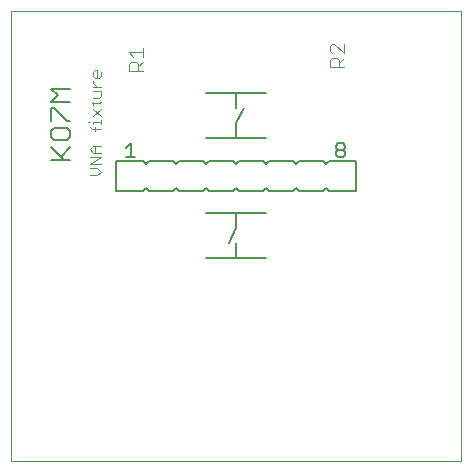
<source format=gto>
G75*
%MOIN*%
%OFA0B0*%
%FSLAX24Y24*%
%IPPOS*%
%LPD*%
%AMOC8*
5,1,8,0,0,1.08239X$1,22.5*
%
%ADD10C,0.0000*%
%ADD11C,0.0060*%
%ADD12C,0.0030*%
%ADD13C,0.0050*%
%ADD14C,0.0040*%
D10*
X000180Y000180D02*
X000180Y015180D01*
X015180Y015180D01*
X015180Y000180D01*
X000180Y000180D01*
D11*
X003680Y009180D02*
X004580Y009180D01*
X004680Y009280D01*
X004780Y009180D01*
X005580Y009180D01*
X005680Y009280D01*
X005780Y009180D01*
X006580Y009180D01*
X006680Y009280D01*
X006780Y009180D01*
X007580Y009180D01*
X007680Y009280D01*
X007780Y009180D01*
X008580Y009180D01*
X008680Y009280D01*
X008780Y009180D01*
X009580Y009180D01*
X009680Y009280D01*
X009780Y009180D01*
X010580Y009180D01*
X010680Y009280D01*
X010780Y009180D01*
X011680Y009180D01*
X011680Y010180D01*
X010780Y010180D01*
X010680Y010080D01*
X010580Y010180D01*
X009780Y010180D01*
X009680Y010080D01*
X009580Y010180D01*
X008780Y010180D01*
X008680Y010080D01*
X008580Y010180D01*
X007780Y010180D01*
X007680Y010080D01*
X007580Y010180D01*
X006780Y010180D01*
X006680Y010080D01*
X006580Y010180D01*
X005780Y010180D01*
X005680Y010080D01*
X005580Y010180D01*
X004780Y010180D01*
X004680Y010080D01*
X004580Y010180D01*
X003680Y010180D01*
X003680Y009180D01*
X002150Y010210D02*
X001509Y010210D01*
X001830Y010317D02*
X002150Y010637D01*
X002043Y010855D02*
X002150Y010961D01*
X002150Y011175D01*
X002043Y011282D01*
X001616Y011282D01*
X001509Y011175D01*
X001509Y010961D01*
X001616Y010855D01*
X002043Y010855D01*
X001509Y010637D02*
X001936Y010210D01*
X002043Y011499D02*
X002150Y011499D01*
X002043Y011499D02*
X001616Y011926D01*
X001509Y011926D01*
X001509Y011499D01*
X001509Y012144D02*
X001723Y012357D01*
X001509Y012571D01*
X002150Y012571D01*
X002150Y012144D02*
X001509Y012144D01*
D12*
X002733Y011476D02*
X002795Y011476D01*
X002918Y011476D02*
X003165Y011476D01*
X003165Y011537D02*
X003165Y011414D01*
X003165Y011230D02*
X002856Y011230D01*
X002795Y011292D01*
X002918Y011414D02*
X002918Y011476D01*
X002918Y011659D02*
X003165Y011906D01*
X003103Y012089D02*
X003165Y012151D01*
X003103Y012089D02*
X002856Y012089D01*
X002918Y012028D02*
X002918Y012151D01*
X002918Y012273D02*
X003103Y012273D01*
X003165Y012335D01*
X003165Y012520D01*
X002918Y012520D01*
X002918Y012642D02*
X003165Y012642D01*
X003042Y012642D02*
X002918Y012765D01*
X002918Y012827D01*
X002980Y012948D02*
X002918Y013010D01*
X002918Y013134D01*
X002980Y013195D01*
X003042Y013195D01*
X003042Y012948D01*
X003103Y012948D02*
X002980Y012948D01*
X003103Y012948D02*
X003165Y013010D01*
X003165Y013134D01*
X002918Y011906D02*
X003165Y011659D01*
X002980Y011292D02*
X002980Y011168D01*
X002980Y010679D02*
X002980Y010432D01*
X002918Y010432D02*
X002795Y010555D01*
X002918Y010679D01*
X003165Y010679D01*
X003165Y010432D02*
X002918Y010432D01*
X002795Y010310D02*
X003165Y010310D01*
X002795Y010063D01*
X003165Y010063D01*
X003042Y009942D02*
X002795Y009942D01*
X003042Y009942D02*
X003165Y009818D01*
X003042Y009695D01*
X002795Y009695D01*
D13*
X004005Y010305D02*
X004305Y010305D01*
X004155Y010305D02*
X004155Y010755D01*
X004005Y010605D01*
X006680Y010930D02*
X007680Y010930D01*
X007680Y011430D01*
X007930Y011930D01*
X007680Y011930D02*
X007680Y012430D01*
X008680Y012430D01*
X007680Y012430D02*
X006680Y012430D01*
X007680Y010930D02*
X008680Y010930D01*
X011005Y010680D02*
X011005Y010605D01*
X011080Y010530D01*
X011230Y010530D01*
X011305Y010455D01*
X011305Y010380D01*
X011230Y010305D01*
X011080Y010305D01*
X011005Y010380D01*
X011005Y010455D01*
X011080Y010530D01*
X011230Y010530D02*
X011305Y010605D01*
X011305Y010680D01*
X011230Y010755D01*
X011080Y010755D01*
X011005Y010680D01*
X008680Y008430D02*
X007680Y008430D01*
X007680Y007930D01*
X007430Y007430D01*
X007680Y007430D02*
X007680Y006930D01*
X006680Y006930D01*
X007680Y006930D02*
X008680Y006930D01*
X007680Y008430D02*
X006680Y008430D01*
D14*
X004560Y013179D02*
X004100Y013179D01*
X004100Y013409D01*
X004176Y013486D01*
X004330Y013486D01*
X004407Y013409D01*
X004407Y013179D01*
X004407Y013333D02*
X004560Y013486D01*
X004560Y013640D02*
X004560Y013947D01*
X004560Y013793D02*
X004100Y013793D01*
X004253Y013640D01*
X010800Y013530D02*
X010800Y013300D01*
X011260Y013300D01*
X011107Y013300D02*
X011107Y013530D01*
X011030Y013607D01*
X010876Y013607D01*
X010800Y013530D01*
X010876Y013760D02*
X010800Y013837D01*
X010800Y013991D01*
X010876Y014067D01*
X010953Y014067D01*
X011260Y013760D01*
X011260Y014067D01*
X011260Y013607D02*
X011107Y013453D01*
M02*

</source>
